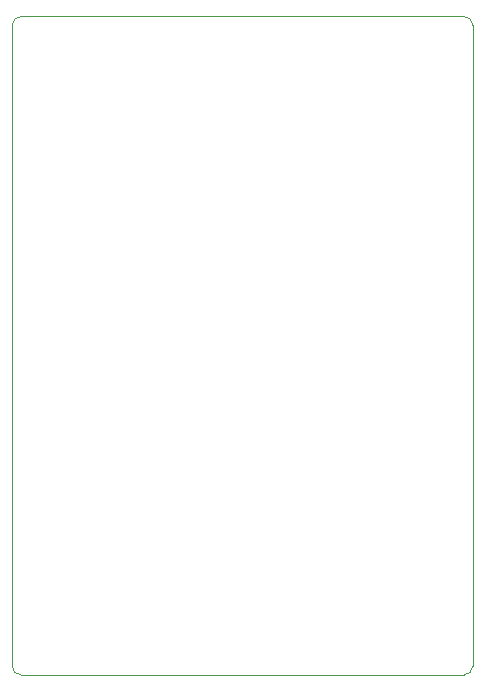
<source format=gbr>
G04 (created by PCBNEW (2013-07-07 BZR 4022)-stable) date 12/4/2019 12:35:47*
%MOIN*%
G04 Gerber Fmt 3.4, Leading zero omitted, Abs format*
%FSLAX34Y34*%
G01*
G70*
G90*
G04 APERTURE LIST*
%ADD10C,0.00590551*%
%ADD11C,0.00393701*%
G04 APERTURE END LIST*
G54D10*
G54D11*
X0Y-21653D02*
X0Y-295D01*
X15354Y-295D02*
X15354Y-21653D01*
X15059Y-21948D02*
X295Y-21948D01*
X295Y0D02*
X15059Y0D01*
X15059Y-21948D02*
G75*
G03X15354Y-21653I0J295D01*
G74*
G01*
X0Y-21653D02*
G75*
G03X295Y-21948I295J0D01*
G74*
G01*
X295Y0D02*
G75*
G03X0Y-295I0J-295D01*
G74*
G01*
X15354Y-295D02*
G75*
G03X15059Y0I-295J0D01*
G74*
G01*
M02*

</source>
